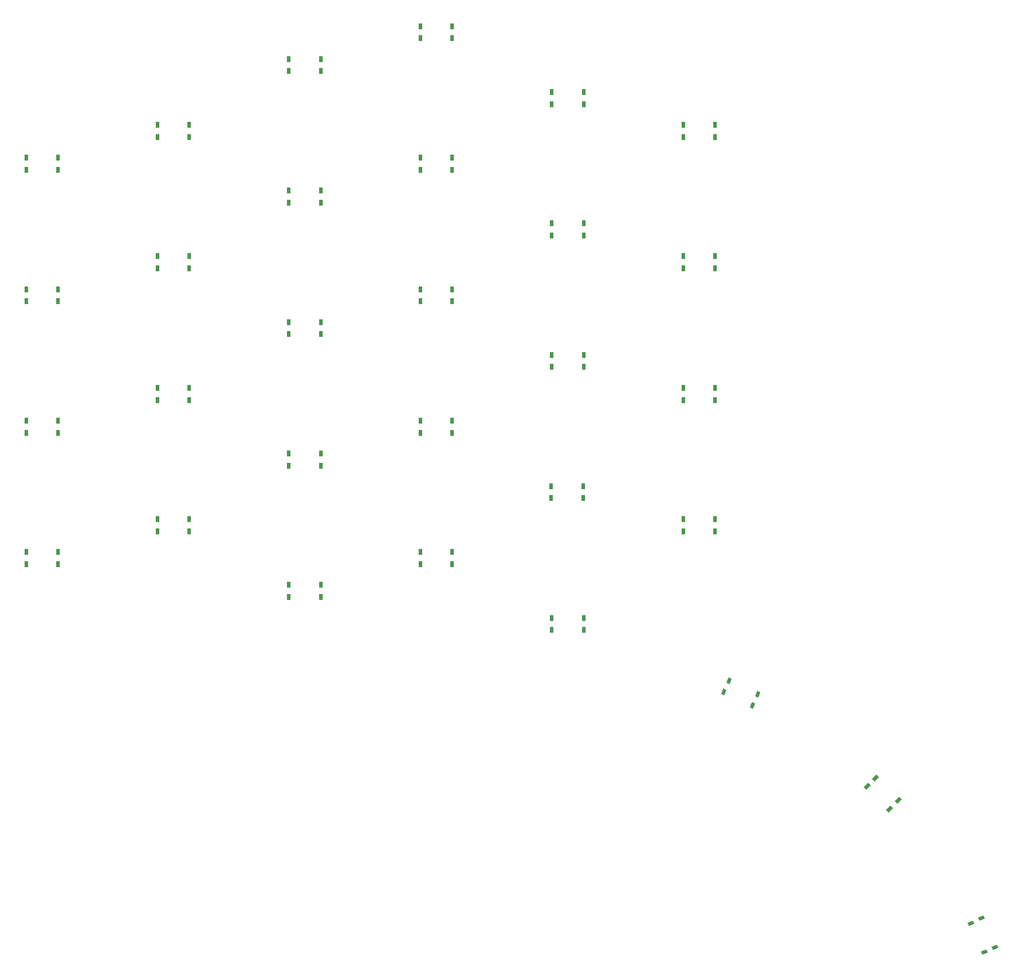
<source format=gbr>
%TF.GenerationSoftware,KiCad,Pcbnew,6.0.5*%
%TF.CreationDate,2022-07-07T20:43:32-05:00*%
%TF.ProjectId,ElevenFingers,456c6576-656e-4466-996e-676572732e6b,rev?*%
%TF.SameCoordinates,Original*%
%TF.FileFunction,Paste,Bot*%
%TF.FilePolarity,Positive*%
%FSLAX46Y46*%
G04 Gerber Fmt 4.6, Leading zero omitted, Abs format (unit mm)*
G04 Created by KiCad (PCBNEW 6.0.5) date 2022-07-07 20:43:32*
%MOMM*%
%LPD*%
G01*
G04 APERTURE LIST*
G04 Aperture macros list*
%AMRotRect*
0 Rectangle, with rotation*
0 The origin of the aperture is its center*
0 $1 length*
0 $2 width*
0 $3 Rotation angle, in degrees counterclockwise*
0 Add horizontal line*
21,1,$1,$2,0,0,$3*%
G04 Aperture macros list end*
%ADD10R,0.500000X0.850000*%
%ADD11RotRect,0.500000X0.850000X295.000000*%
%ADD12RotRect,0.500000X0.850000X315.000000*%
%ADD13RotRect,0.500000X0.850000X335.000000*%
G04 APERTURE END LIST*
D10*
%TO.C,L20*%
X59361846Y-126921051D03*
X59361846Y-125171051D03*
X54761846Y-125171051D03*
X54761846Y-126921051D03*
%TD*%
%TO.C,L2*%
X54761846Y-68171051D03*
X54761846Y-69921051D03*
X59361846Y-69921051D03*
X59361846Y-68171051D03*
%TD*%
%TO.C,L19*%
X40361846Y-131671051D03*
X40361846Y-129921051D03*
X35761846Y-129921051D03*
X35761846Y-131671051D03*
%TD*%
%TO.C,L10*%
X97361846Y-74671051D03*
X97361846Y-72921051D03*
X92761846Y-72921051D03*
X92761846Y-74671051D03*
%TD*%
%TO.C,L27*%
X111761846Y-139421051D03*
X111761846Y-141171051D03*
X116361846Y-141171051D03*
X116361846Y-139421051D03*
%TD*%
%TO.C,L5*%
X111761846Y-63421051D03*
X111761846Y-65171051D03*
X116361846Y-65171051D03*
X116361846Y-63421051D03*
%TD*%
%TO.C,L16*%
X92761846Y-91921051D03*
X92761846Y-93671051D03*
X97361846Y-93671051D03*
X97361846Y-91921051D03*
%TD*%
D11*
%TO.C,L30*%
X173932843Y-182841752D03*
X172346805Y-183581334D03*
X174290849Y-187750350D03*
X175876887Y-187010768D03*
%TD*%
D10*
%TO.C,L12*%
X135361846Y-88921051D03*
X135361846Y-87171051D03*
X130761846Y-87171051D03*
X130761846Y-88921051D03*
%TD*%
%TO.C,L15*%
X73761846Y-96671051D03*
X73761846Y-98421051D03*
X78361846Y-98421051D03*
X78361846Y-96671051D03*
%TD*%
%TO.C,L13*%
X35761846Y-110921051D03*
X35761846Y-112671051D03*
X40361846Y-112671051D03*
X40361846Y-110921051D03*
%TD*%
%TO.C,L18*%
X130761846Y-106171051D03*
X130761846Y-107921051D03*
X135361846Y-107921051D03*
X135361846Y-106171051D03*
%TD*%
%TO.C,L21*%
X78361846Y-117421051D03*
X78361846Y-115671051D03*
X73761846Y-115671051D03*
X73761846Y-117421051D03*
%TD*%
%TO.C,L26*%
X92761846Y-129921051D03*
X92761846Y-131671051D03*
X97361846Y-131671051D03*
X97361846Y-129921051D03*
%TD*%
%TO.C,L24*%
X135361846Y-126921051D03*
X135361846Y-125171051D03*
X130761846Y-125171051D03*
X130761846Y-126921051D03*
%TD*%
%TO.C,L14*%
X54761846Y-106171051D03*
X54761846Y-107921051D03*
X59361846Y-107921051D03*
X59361846Y-106171051D03*
%TD*%
%TO.C,L23*%
X116300000Y-122125000D03*
X116300000Y-120375000D03*
X111700000Y-120375000D03*
X111700000Y-122125000D03*
%TD*%
D12*
%TO.C,L29*%
X158604219Y-162550987D03*
X157366782Y-163788424D03*
X160619473Y-167041115D03*
X161856910Y-165803678D03*
%TD*%
D10*
%TO.C,L6*%
X130761846Y-68171051D03*
X130761846Y-69921051D03*
X135361846Y-69921051D03*
X135361846Y-68171051D03*
%TD*%
%TO.C,L7*%
X40361846Y-93671051D03*
X40361846Y-91921051D03*
X35761846Y-91921051D03*
X35761846Y-93671051D03*
%TD*%
%TO.C,L9*%
X78361846Y-79421051D03*
X78361846Y-77671051D03*
X73761846Y-77671051D03*
X73761846Y-79421051D03*
%TD*%
%TO.C,L17*%
X111761846Y-101421051D03*
X111761846Y-103171051D03*
X116361846Y-103171051D03*
X116361846Y-101421051D03*
%TD*%
%TO.C,L25*%
X73761846Y-134671051D03*
X73761846Y-136421051D03*
X78361846Y-136421051D03*
X78361846Y-134671051D03*
%TD*%
%TO.C,L8*%
X59361846Y-88921051D03*
X59361846Y-87171051D03*
X54761846Y-87171051D03*
X54761846Y-88921051D03*
%TD*%
%TO.C,L22*%
X97361846Y-112671051D03*
X97361846Y-110921051D03*
X92761846Y-110921051D03*
X92761846Y-112671051D03*
%TD*%
%TO.C,L1*%
X35761846Y-72921051D03*
X35761846Y-74671051D03*
X40361846Y-74671051D03*
X40361846Y-72921051D03*
%TD*%
D13*
%TO.C,L28*%
X137397129Y-148531010D03*
X136657547Y-150117048D03*
X140826563Y-152061092D03*
X141566145Y-150475054D03*
%TD*%
D10*
%TO.C,L11*%
X116361846Y-84171051D03*
X116361846Y-82421051D03*
X111761846Y-82421051D03*
X111761846Y-84171051D03*
%TD*%
%TO.C,L3*%
X73761846Y-58671051D03*
X73761846Y-60421051D03*
X78361846Y-60421051D03*
X78361846Y-58671051D03*
%TD*%
%TO.C,L4*%
X92761846Y-53921051D03*
X92761846Y-55671051D03*
X97361846Y-55671051D03*
X97361846Y-53921051D03*
%TD*%
M02*

</source>
